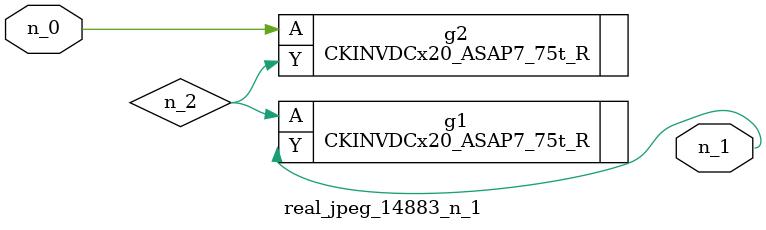
<source format=v>
module real_jpeg_14883_n_1 (n_0, n_1);

input n_0;

output n_1;

wire n_2;

CKINVDCx20_ASAP7_75t_R g2 ( 
.A(n_0),
.Y(n_2)
);

CKINVDCx20_ASAP7_75t_R g1 ( 
.A(n_2),
.Y(n_1)
);


endmodule
</source>
